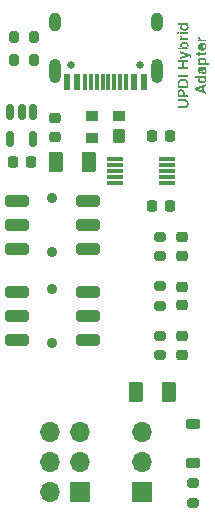
<source format=gts>
%TF.GenerationSoftware,KiCad,Pcbnew,7.0.9*%
%TF.CreationDate,2023-12-31T00:29:42+09:00*%
%TF.ProjectId,CustomUPDIProgrammer,43757374-6f6d-4555-9044-4950726f6772,rev?*%
%TF.SameCoordinates,Original*%
%TF.FileFunction,Soldermask,Top*%
%TF.FilePolarity,Negative*%
%FSLAX46Y46*%
G04 Gerber Fmt 4.6, Leading zero omitted, Abs format (unit mm)*
G04 Created by KiCad (PCBNEW 7.0.9) date 2023-12-31 00:29:42*
%MOMM*%
%LPD*%
G01*
G04 APERTURE LIST*
G04 Aperture macros list*
%AMRoundRect*
0 Rectangle with rounded corners*
0 $1 Rounding radius*
0 $2 $3 $4 $5 $6 $7 $8 $9 X,Y pos of 4 corners*
0 Add a 4 corners polygon primitive as box body*
4,1,4,$2,$3,$4,$5,$6,$7,$8,$9,$2,$3,0*
0 Add four circle primitives for the rounded corners*
1,1,$1+$1,$2,$3*
1,1,$1+$1,$4,$5*
1,1,$1+$1,$6,$7*
1,1,$1+$1,$8,$9*
0 Add four rect primitives between the rounded corners*
20,1,$1+$1,$2,$3,$4,$5,0*
20,1,$1+$1,$4,$5,$6,$7,0*
20,1,$1+$1,$6,$7,$8,$9,0*
20,1,$1+$1,$8,$9,$2,$3,0*%
G04 Aperture macros list end*
%ADD10C,0.150000*%
%ADD11RoundRect,0.225000X0.225000X0.250000X-0.225000X0.250000X-0.225000X-0.250000X0.225000X-0.250000X0*%
%ADD12R,1.400000X0.300000*%
%ADD13RoundRect,0.200000X0.275000X-0.200000X0.275000X0.200000X-0.275000X0.200000X-0.275000X-0.200000X0*%
%ADD14RoundRect,0.218750X0.256250X-0.218750X0.256250X0.218750X-0.256250X0.218750X-0.256250X-0.218750X0*%
%ADD15RoundRect,0.225000X0.250000X-0.225000X0.250000X0.225000X-0.250000X0.225000X-0.250000X-0.225000X0*%
%ADD16R,1.700000X1.700000*%
%ADD17O,1.700000X1.700000*%
%ADD18C,0.650000*%
%ADD19R,0.600000X1.450000*%
%ADD20R,0.300000X1.450000*%
%ADD21O,1.000000X2.100000*%
%ADD22O,1.000000X1.600000*%
%ADD23RoundRect,0.200000X-0.200000X-0.275000X0.200000X-0.275000X0.200000X0.275000X-0.200000X0.275000X0*%
%ADD24RoundRect,0.150000X-0.150000X0.512500X-0.150000X-0.512500X0.150000X-0.512500X0.150000X0.512500X0*%
%ADD25RoundRect,0.200000X-0.275000X0.200000X-0.275000X-0.200000X0.275000X-0.200000X0.275000X0.200000X0*%
%ADD26C,0.900000*%
%ADD27RoundRect,0.150000X-0.850000X0.350000X-0.850000X-0.350000X0.850000X-0.350000X0.850000X0.350000X0*%
%ADD28RoundRect,0.150000X0.850000X-0.350000X0.850000X0.350000X-0.850000X0.350000X-0.850000X-0.350000X0*%
%ADD29RoundRect,0.100000X0.400000X-0.500000X0.400000X0.500000X-0.400000X0.500000X-0.400000X-0.500000X0*%
%ADD30RoundRect,0.100000X0.400000X-0.350000X0.400000X0.350000X-0.400000X0.350000X-0.400000X-0.350000X0*%
%ADD31RoundRect,0.225000X-0.375000X0.225000X-0.375000X-0.225000X0.375000X-0.225000X0.375000X0.225000X0*%
%ADD32RoundRect,0.250000X-0.375000X-0.625000X0.375000X-0.625000X0.375000X0.625000X-0.375000X0.625000X0*%
%ADD33RoundRect,0.250000X0.375000X0.625000X-0.375000X0.625000X-0.375000X-0.625000X0.375000X-0.625000X0*%
G04 APERTURE END LIST*
D10*
G36*
X141101296Y-44323823D02*
G01*
X141686013Y-44323823D01*
X141696694Y-44324056D01*
X141707176Y-44324752D01*
X141717448Y-44325904D01*
X141727503Y-44327506D01*
X141737330Y-44329552D01*
X141746921Y-44332036D01*
X141756266Y-44334950D01*
X141765357Y-44338290D01*
X141774185Y-44342047D01*
X141782739Y-44346218D01*
X141791011Y-44350794D01*
X141798993Y-44355770D01*
X141806674Y-44361140D01*
X141814045Y-44366897D01*
X141821098Y-44373034D01*
X141827824Y-44379547D01*
X141834212Y-44386427D01*
X141840255Y-44393670D01*
X141845942Y-44401269D01*
X141851266Y-44409217D01*
X141856216Y-44417508D01*
X141860783Y-44426137D01*
X141864959Y-44435096D01*
X141868734Y-44444379D01*
X141872099Y-44453981D01*
X141875045Y-44463895D01*
X141877563Y-44474114D01*
X141879644Y-44484632D01*
X141881278Y-44495443D01*
X141882456Y-44506542D01*
X141883170Y-44517920D01*
X141883410Y-44529573D01*
X141883170Y-44541264D01*
X141882456Y-44552677D01*
X141881278Y-44563804D01*
X141879644Y-44574640D01*
X141877563Y-44585179D01*
X141875045Y-44595414D01*
X141872099Y-44605341D01*
X141868734Y-44614952D01*
X141864959Y-44624241D01*
X141860783Y-44633204D01*
X141856216Y-44641833D01*
X141851266Y-44650122D01*
X141845942Y-44658066D01*
X141840255Y-44665658D01*
X141834212Y-44672893D01*
X141827824Y-44679764D01*
X141821098Y-44686265D01*
X141814045Y-44692391D01*
X141806674Y-44698135D01*
X141798993Y-44703491D01*
X141791011Y-44708454D01*
X141782739Y-44713017D01*
X141774185Y-44717173D01*
X141765357Y-44720918D01*
X141756266Y-44724245D01*
X141746921Y-44727148D01*
X141737330Y-44729621D01*
X141727503Y-44731657D01*
X141717448Y-44733252D01*
X141707176Y-44734399D01*
X141696694Y-44735091D01*
X141686013Y-44735323D01*
X141101296Y-44735323D01*
X141101296Y-44901286D01*
X141700081Y-44901286D01*
X141718342Y-44900856D01*
X141736226Y-44899575D01*
X141753720Y-44897455D01*
X141770810Y-44894510D01*
X141787484Y-44890753D01*
X141803729Y-44886196D01*
X141819530Y-44880853D01*
X141834875Y-44874736D01*
X141849750Y-44867859D01*
X141864142Y-44860234D01*
X141878037Y-44851874D01*
X141891423Y-44842793D01*
X141904285Y-44833003D01*
X141916612Y-44822517D01*
X141928388Y-44811348D01*
X141939601Y-44799510D01*
X141950238Y-44787015D01*
X141960286Y-44773876D01*
X141969730Y-44760105D01*
X141978558Y-44745717D01*
X141986756Y-44730724D01*
X141994311Y-44715139D01*
X142001210Y-44698974D01*
X142007439Y-44682244D01*
X142012986Y-44664960D01*
X142017836Y-44647136D01*
X142021976Y-44628785D01*
X142025394Y-44609919D01*
X142028075Y-44590552D01*
X142030007Y-44570697D01*
X142031175Y-44550366D01*
X142031568Y-44529573D01*
X142031175Y-44508876D01*
X142030007Y-44488630D01*
X142028075Y-44468847D01*
X142025394Y-44449542D01*
X142021976Y-44430728D01*
X142017836Y-44412418D01*
X142012986Y-44394626D01*
X142007439Y-44377366D01*
X142001210Y-44360651D01*
X141994311Y-44344494D01*
X141986756Y-44328910D01*
X141978558Y-44313912D01*
X141969730Y-44299513D01*
X141960286Y-44285727D01*
X141950238Y-44272567D01*
X141939601Y-44260048D01*
X141928388Y-44248182D01*
X141916612Y-44236984D01*
X141904285Y-44226466D01*
X141891423Y-44216643D01*
X141878037Y-44207527D01*
X141864142Y-44199133D01*
X141849750Y-44191474D01*
X141834875Y-44184564D01*
X141819530Y-44178416D01*
X141803729Y-44173044D01*
X141787484Y-44168461D01*
X141770810Y-44164681D01*
X141753720Y-44161717D01*
X141736226Y-44159583D01*
X141718342Y-44158293D01*
X141700081Y-44157860D01*
X141101296Y-44157860D01*
X141101296Y-44323823D01*
G37*
G36*
X141421026Y-43311011D02*
G01*
X141437105Y-43312007D01*
X141452866Y-43313663D01*
X141468296Y-43315976D01*
X141483380Y-43318943D01*
X141498105Y-43322562D01*
X141512456Y-43326830D01*
X141526418Y-43331744D01*
X141539978Y-43337301D01*
X141553121Y-43343497D01*
X141565833Y-43350332D01*
X141578100Y-43357800D01*
X141589908Y-43365901D01*
X141601241Y-43374630D01*
X141612087Y-43383985D01*
X141622431Y-43393963D01*
X141632258Y-43404561D01*
X141641554Y-43415776D01*
X141650305Y-43427606D01*
X141658497Y-43440048D01*
X141666116Y-43453098D01*
X141673147Y-43466754D01*
X141679575Y-43481013D01*
X141685388Y-43495873D01*
X141690570Y-43511329D01*
X141695108Y-43527380D01*
X141698986Y-43544023D01*
X141702191Y-43561255D01*
X141704709Y-43579072D01*
X141706525Y-43597472D01*
X141707625Y-43616453D01*
X141707995Y-43636010D01*
X141707995Y-43811206D01*
X142017500Y-43811206D01*
X142017500Y-43977169D01*
X141101296Y-43977169D01*
X141101296Y-43811206D01*
X141240001Y-43811206D01*
X141571488Y-43811206D01*
X141571488Y-43658212D01*
X141571286Y-43646850D01*
X141570686Y-43635885D01*
X141569696Y-43625315D01*
X141568322Y-43615137D01*
X141566572Y-43605348D01*
X141564454Y-43595947D01*
X141561975Y-43586931D01*
X141559143Y-43578298D01*
X141552449Y-43562169D01*
X141544432Y-43547543D01*
X141535151Y-43534400D01*
X141524666Y-43522721D01*
X141513038Y-43512488D01*
X141500326Y-43503680D01*
X141486589Y-43496280D01*
X141471889Y-43490267D01*
X141456285Y-43485624D01*
X141439836Y-43482331D01*
X141422603Y-43480369D01*
X141413711Y-43479881D01*
X141404645Y-43479719D01*
X141395605Y-43479881D01*
X141378082Y-43481186D01*
X141361346Y-43483813D01*
X141345452Y-43487785D01*
X141330454Y-43493121D01*
X141316407Y-43499841D01*
X141303365Y-43507966D01*
X141291383Y-43517516D01*
X141280514Y-43528511D01*
X141270814Y-43540972D01*
X141262337Y-43554918D01*
X141255137Y-43570371D01*
X141252033Y-43578669D01*
X141249269Y-43587350D01*
X141246851Y-43596419D01*
X141244786Y-43605876D01*
X141243082Y-43615726D01*
X141241744Y-43625969D01*
X141240780Y-43636610D01*
X141240197Y-43647650D01*
X141240001Y-43659091D01*
X141240001Y-43811206D01*
X141101296Y-43811206D01*
X141101296Y-43633592D01*
X141101670Y-43614138D01*
X141102783Y-43595262D01*
X141104618Y-43576967D01*
X141107163Y-43559256D01*
X141110400Y-43542131D01*
X141114315Y-43525594D01*
X141118893Y-43509648D01*
X141124119Y-43494296D01*
X141129978Y-43479541D01*
X141136454Y-43465384D01*
X141143533Y-43451829D01*
X141151199Y-43438878D01*
X141159438Y-43426533D01*
X141168234Y-43414798D01*
X141177572Y-43403675D01*
X141187437Y-43393166D01*
X141197814Y-43383274D01*
X141208688Y-43374001D01*
X141220044Y-43365351D01*
X141231867Y-43357325D01*
X141244141Y-43349927D01*
X141256851Y-43343158D01*
X141269984Y-43337022D01*
X141283522Y-43331521D01*
X141297451Y-43326657D01*
X141311757Y-43322433D01*
X141326424Y-43318852D01*
X141341437Y-43315917D01*
X141356780Y-43313629D01*
X141372440Y-43311992D01*
X141388400Y-43311008D01*
X141404645Y-43310679D01*
X141421026Y-43311011D01*
G37*
G36*
X141585035Y-42411885D02*
G01*
X141610874Y-42413328D01*
X141636024Y-42415723D01*
X141660475Y-42419059D01*
X141684216Y-42423327D01*
X141707235Y-42428517D01*
X141729523Y-42434620D01*
X141751069Y-42441626D01*
X141771862Y-42449527D01*
X141791890Y-42458311D01*
X141811144Y-42467971D01*
X141829613Y-42478496D01*
X141847285Y-42489876D01*
X141864150Y-42502104D01*
X141880198Y-42515168D01*
X141895418Y-42529059D01*
X141909798Y-42543768D01*
X141923329Y-42559286D01*
X141935998Y-42575603D01*
X141947797Y-42592709D01*
X141958713Y-42610594D01*
X141968737Y-42629251D01*
X141977857Y-42648668D01*
X141986062Y-42668836D01*
X141993342Y-42689747D01*
X141999687Y-42711389D01*
X142005085Y-42733755D01*
X142009525Y-42756834D01*
X142012998Y-42780617D01*
X142015492Y-42805094D01*
X142016996Y-42830257D01*
X142017500Y-42856094D01*
X142017500Y-43166478D01*
X141101296Y-43166478D01*
X141101296Y-43000515D01*
X141245057Y-43000515D01*
X141873958Y-43000515D01*
X141873958Y-42864227D01*
X141873651Y-42846594D01*
X141872731Y-42829512D01*
X141871198Y-42812980D01*
X141869050Y-42797000D01*
X141866289Y-42781573D01*
X141862912Y-42766699D01*
X141858921Y-42752378D01*
X141854315Y-42738611D01*
X141849094Y-42725400D01*
X141843257Y-42712743D01*
X141836804Y-42700643D01*
X141829735Y-42689099D01*
X141822049Y-42678113D01*
X141813747Y-42667684D01*
X141804827Y-42657814D01*
X141795290Y-42648503D01*
X141785136Y-42639751D01*
X141774364Y-42631560D01*
X141762974Y-42623930D01*
X141750965Y-42616861D01*
X141738337Y-42610354D01*
X141725091Y-42604409D01*
X141711225Y-42599028D01*
X141696740Y-42594211D01*
X141681634Y-42589959D01*
X141665909Y-42586271D01*
X141649563Y-42583149D01*
X141632597Y-42580593D01*
X141615009Y-42578604D01*
X141596801Y-42577183D01*
X141577970Y-42576330D01*
X141558518Y-42576045D01*
X141539169Y-42576330D01*
X141520439Y-42577182D01*
X141502330Y-42578600D01*
X141484840Y-42580583D01*
X141467970Y-42583130D01*
X141451718Y-42586238D01*
X141436085Y-42589906D01*
X141421070Y-42594132D01*
X141406672Y-42598916D01*
X141392892Y-42604255D01*
X141379728Y-42610148D01*
X141367181Y-42616594D01*
X141355250Y-42623591D01*
X141343934Y-42631137D01*
X141333233Y-42639231D01*
X141323148Y-42647871D01*
X141313676Y-42657056D01*
X141304819Y-42666785D01*
X141296575Y-42677055D01*
X141288944Y-42687865D01*
X141281926Y-42699214D01*
X141275521Y-42711101D01*
X141269727Y-42723522D01*
X141264545Y-42736479D01*
X141259975Y-42749967D01*
X141256014Y-42763987D01*
X141252665Y-42778536D01*
X141249925Y-42793613D01*
X141247795Y-42809217D01*
X141246273Y-42825346D01*
X141245361Y-42841998D01*
X141245057Y-42859172D01*
X141245057Y-43000515D01*
X141101296Y-43000515D01*
X141101296Y-42849939D01*
X141101798Y-42824661D01*
X141103296Y-42800023D01*
X141105780Y-42776036D01*
X141109239Y-42752711D01*
X141113663Y-42730058D01*
X141119040Y-42708088D01*
X141125360Y-42686812D01*
X141132613Y-42666240D01*
X141140787Y-42646382D01*
X141149872Y-42627251D01*
X141159857Y-42608855D01*
X141170732Y-42591206D01*
X141182485Y-42574314D01*
X141195106Y-42558191D01*
X141208585Y-42542846D01*
X141222910Y-42528290D01*
X141238072Y-42514534D01*
X141254058Y-42501588D01*
X141270859Y-42489464D01*
X141288464Y-42478171D01*
X141306861Y-42467721D01*
X141326041Y-42458123D01*
X141345993Y-42449390D01*
X141366706Y-42441530D01*
X141388169Y-42434555D01*
X141410372Y-42428476D01*
X141433303Y-42423303D01*
X141456953Y-42419047D01*
X141481310Y-42415718D01*
X141506363Y-42413327D01*
X141532103Y-42411884D01*
X141558518Y-42411401D01*
X141585035Y-42411885D01*
G37*
G36*
X141101296Y-42087828D02*
G01*
X141101296Y-42253791D01*
X142017500Y-42253791D01*
X142017500Y-42087828D01*
X141101296Y-42087828D01*
G37*
G36*
X142017500Y-41596094D02*
G01*
X142017500Y-41430131D01*
X141628421Y-41430131D01*
X141628421Y-41005662D01*
X142017500Y-41005662D01*
X142017500Y-40839259D01*
X141101296Y-40839259D01*
X141101296Y-41005662D01*
X141489275Y-41005662D01*
X141489275Y-41430131D01*
X141101296Y-41430131D01*
X141101296Y-41596094D01*
X142017500Y-41596094D01*
G37*
G36*
X142275347Y-40565365D02*
G01*
X142275157Y-40553691D01*
X142274592Y-40542326D01*
X142273653Y-40531265D01*
X142272346Y-40520505D01*
X142270673Y-40510043D01*
X142268639Y-40499875D01*
X142266247Y-40489998D01*
X142263501Y-40480408D01*
X142260403Y-40471102D01*
X142256959Y-40462076D01*
X142253172Y-40453327D01*
X142249044Y-40444851D01*
X142244581Y-40436644D01*
X142239786Y-40428704D01*
X142234661Y-40421026D01*
X142229212Y-40413608D01*
X142223442Y-40406445D01*
X142217353Y-40399534D01*
X142210951Y-40392872D01*
X142204238Y-40386455D01*
X142197219Y-40380280D01*
X142189897Y-40374343D01*
X142182275Y-40368641D01*
X142174357Y-40363170D01*
X142166148Y-40357926D01*
X142157650Y-40352907D01*
X142148867Y-40348108D01*
X142139803Y-40343526D01*
X142130462Y-40339158D01*
X142120847Y-40335001D01*
X142110962Y-40331049D01*
X142100811Y-40327301D01*
X141330347Y-40052308D01*
X141330347Y-40224426D01*
X141849338Y-40383355D01*
X141849338Y-40390389D01*
X141330347Y-40548879D01*
X141330347Y-40720557D01*
X142032008Y-40471502D01*
X142069157Y-40485351D01*
X142082986Y-40491164D01*
X142095174Y-40497397D01*
X142105789Y-40504058D01*
X142114900Y-40511156D01*
X142122576Y-40518698D01*
X142128887Y-40526692D01*
X142133900Y-40535147D01*
X142137685Y-40544070D01*
X142140311Y-40553470D01*
X142141847Y-40563354D01*
X142142362Y-40573732D01*
X142141924Y-40584609D01*
X142140602Y-40595996D01*
X142138466Y-40607899D01*
X142135584Y-40620328D01*
X142132025Y-40633289D01*
X142258201Y-40670878D01*
X142261525Y-40661917D01*
X142264682Y-40651455D01*
X142266889Y-40642711D01*
X142268917Y-40633266D01*
X142270733Y-40623184D01*
X142272298Y-40612525D01*
X142273578Y-40601352D01*
X142274537Y-40589726D01*
X142275138Y-40577710D01*
X142275347Y-40565365D01*
G37*
G36*
X141695940Y-39285055D02*
G01*
X141716280Y-39286104D01*
X141736035Y-39287835D01*
X141755200Y-39290232D01*
X141773769Y-39293281D01*
X141791738Y-39296968D01*
X141809099Y-39301276D01*
X141825849Y-39306193D01*
X141841980Y-39311702D01*
X141857488Y-39317789D01*
X141872367Y-39324439D01*
X141886611Y-39331638D01*
X141900215Y-39339371D01*
X141913173Y-39347622D01*
X141925479Y-39356378D01*
X141937128Y-39365623D01*
X141948115Y-39375342D01*
X141958433Y-39385522D01*
X141968078Y-39396147D01*
X141977043Y-39407201D01*
X141985323Y-39418672D01*
X141992912Y-39430543D01*
X141999806Y-39442800D01*
X142005997Y-39455429D01*
X142011481Y-39468414D01*
X142016251Y-39481740D01*
X142020304Y-39495394D01*
X142023632Y-39509360D01*
X142026230Y-39523623D01*
X142028093Y-39538168D01*
X142029214Y-39552982D01*
X142029590Y-39568048D01*
X142029387Y-39578926D01*
X142028790Y-39589430D01*
X142027815Y-39599568D01*
X142026479Y-39609347D01*
X142024797Y-39618773D01*
X142022788Y-39627853D01*
X142020467Y-39636593D01*
X142017850Y-39645002D01*
X142011796Y-39660849D01*
X142004759Y-39675448D01*
X141996871Y-39688854D01*
X141988264Y-39701121D01*
X141979069Y-39712303D01*
X141969418Y-39722456D01*
X141959445Y-39731632D01*
X141949280Y-39739888D01*
X141939056Y-39747276D01*
X141928905Y-39753853D01*
X141918958Y-39759671D01*
X141909349Y-39764786D01*
X141909349Y-39774238D01*
X142017500Y-39774238D01*
X142017500Y-39933387D01*
X141101296Y-39933387D01*
X141101296Y-39771600D01*
X141443993Y-39771600D01*
X141443993Y-39764786D01*
X141434467Y-39759855D01*
X141424532Y-39754250D01*
X141414328Y-39747907D01*
X141403996Y-39740760D01*
X141393679Y-39732744D01*
X141383517Y-39723793D01*
X141373653Y-39713841D01*
X141364226Y-39702824D01*
X141355379Y-39690677D01*
X141347253Y-39677333D01*
X141339990Y-39662727D01*
X141333730Y-39646795D01*
X141331020Y-39638310D01*
X141328615Y-39629470D01*
X141326531Y-39620265D01*
X141325228Y-39613111D01*
X141454324Y-39613111D01*
X141454576Y-39622742D01*
X141455327Y-39632096D01*
X141456570Y-39641172D01*
X141458297Y-39649968D01*
X141463175Y-39666712D01*
X141469904Y-39682313D01*
X141478426Y-39696754D01*
X141488683Y-39710020D01*
X141500617Y-39722096D01*
X141514170Y-39732967D01*
X141521535Y-39737945D01*
X141529284Y-39742617D01*
X141537408Y-39746979D01*
X141545901Y-39751030D01*
X141554755Y-39754768D01*
X141563963Y-39758191D01*
X141573518Y-39761297D01*
X141583413Y-39764085D01*
X141593640Y-39766552D01*
X141604191Y-39768696D01*
X141615061Y-39770516D01*
X141626241Y-39772009D01*
X141637725Y-39773173D01*
X141649505Y-39774008D01*
X141661573Y-39774510D01*
X141673923Y-39774678D01*
X141686302Y-39774507D01*
X141698415Y-39773998D01*
X141710254Y-39773152D01*
X141721810Y-39771973D01*
X141733075Y-39770461D01*
X141744041Y-39768621D01*
X141754699Y-39766453D01*
X141765041Y-39763961D01*
X141775059Y-39761148D01*
X141784745Y-39758014D01*
X141794090Y-39754563D01*
X141803085Y-39750798D01*
X141811723Y-39746720D01*
X141819995Y-39742333D01*
X141827892Y-39737638D01*
X141835407Y-39732637D01*
X141849256Y-39721731D01*
X141861475Y-39709634D01*
X141871997Y-39696364D01*
X141880755Y-39681942D01*
X141887683Y-39666386D01*
X141892714Y-39649716D01*
X141894498Y-39640969D01*
X141895782Y-39631951D01*
X141896558Y-39622664D01*
X141896819Y-39613111D01*
X141896546Y-39603243D01*
X141895733Y-39593671D01*
X141894393Y-39584397D01*
X141892534Y-39575421D01*
X141890168Y-39566744D01*
X141887306Y-39558368D01*
X141880137Y-39542522D01*
X141871111Y-39527892D01*
X141860316Y-39514486D01*
X141847836Y-39502315D01*
X141840992Y-39496695D01*
X141833759Y-39491386D01*
X141826147Y-39486391D01*
X141818169Y-39481710D01*
X141809834Y-39477344D01*
X141801153Y-39473294D01*
X141792137Y-39469562D01*
X141782797Y-39466149D01*
X141773143Y-39463055D01*
X141763187Y-39460282D01*
X141752938Y-39457831D01*
X141742408Y-39455703D01*
X141731608Y-39453900D01*
X141720547Y-39452422D01*
X141709238Y-39451270D01*
X141697690Y-39450446D01*
X141685915Y-39449951D01*
X141673923Y-39449786D01*
X141662037Y-39449949D01*
X141650374Y-39450437D01*
X141638944Y-39451249D01*
X141627756Y-39452386D01*
X141616822Y-39453846D01*
X141606150Y-39455628D01*
X141595753Y-39457733D01*
X141585638Y-39460158D01*
X141575818Y-39462905D01*
X141566301Y-39465972D01*
X141557098Y-39469358D01*
X141548219Y-39473062D01*
X141539675Y-39477085D01*
X141531475Y-39481426D01*
X141523629Y-39486083D01*
X141516148Y-39491057D01*
X141502321Y-39501950D01*
X141490074Y-39514100D01*
X141479489Y-39527502D01*
X141470646Y-39542151D01*
X141463627Y-39558041D01*
X141460827Y-39566450D01*
X141458513Y-39575168D01*
X141456696Y-39584194D01*
X141455385Y-39593526D01*
X141454591Y-39603166D01*
X141454324Y-39613111D01*
X141325228Y-39613111D01*
X141324786Y-39610687D01*
X141323399Y-39600729D01*
X141322386Y-39590382D01*
X141321765Y-39579637D01*
X141321554Y-39568488D01*
X141321918Y-39553691D01*
X141323007Y-39539110D01*
X141324818Y-39524762D01*
X141327347Y-39510664D01*
X141330591Y-39496832D01*
X141334546Y-39483282D01*
X141339208Y-39470032D01*
X141344573Y-39457098D01*
X141350639Y-39444497D01*
X141357401Y-39432245D01*
X141364855Y-39420358D01*
X141372999Y-39408854D01*
X141381829Y-39397750D01*
X141391340Y-39387061D01*
X141401530Y-39376804D01*
X141412394Y-39366997D01*
X141423929Y-39357655D01*
X141436132Y-39348795D01*
X141448999Y-39340434D01*
X141462525Y-39332589D01*
X141476709Y-39325275D01*
X141491545Y-39318511D01*
X141507031Y-39312311D01*
X141523162Y-39306694D01*
X141539935Y-39301675D01*
X141557347Y-39297272D01*
X141575394Y-39293500D01*
X141594071Y-39290377D01*
X141613377Y-39287919D01*
X141633306Y-39286143D01*
X141653856Y-39285065D01*
X141675022Y-39284702D01*
X141695940Y-39285055D01*
G37*
G36*
X142017500Y-39146656D02*
G01*
X142017500Y-38984650D01*
X141613693Y-38984650D01*
X141597638Y-38983890D01*
X141582233Y-38981652D01*
X141567533Y-38977997D01*
X141553590Y-38972989D01*
X141540456Y-38966689D01*
X141528186Y-38959159D01*
X141516833Y-38950461D01*
X141506449Y-38940658D01*
X141497087Y-38929812D01*
X141488802Y-38917985D01*
X141481645Y-38905239D01*
X141475671Y-38891635D01*
X141470931Y-38877238D01*
X141467480Y-38862107D01*
X141465371Y-38846306D01*
X141464656Y-38829897D01*
X141464873Y-38819409D01*
X141465484Y-38808599D01*
X141466429Y-38797784D01*
X141467651Y-38787280D01*
X141469089Y-38777405D01*
X141470684Y-38768475D01*
X141472808Y-38759125D01*
X141474108Y-38754719D01*
X141325071Y-38754719D01*
X141323686Y-38764020D01*
X141322698Y-38772985D01*
X141321884Y-38782609D01*
X141321262Y-38792475D01*
X141320854Y-38802164D01*
X141320680Y-38811260D01*
X141320675Y-38812971D01*
X141321195Y-38827568D01*
X141322747Y-38841820D01*
X141325317Y-38855687D01*
X141328890Y-38869128D01*
X141333453Y-38882103D01*
X141338990Y-38894571D01*
X141345488Y-38906492D01*
X141352933Y-38917825D01*
X141361310Y-38928529D01*
X141370606Y-38938564D01*
X141380806Y-38947890D01*
X141391896Y-38956465D01*
X141403862Y-38964249D01*
X141416689Y-38971202D01*
X141430364Y-38977283D01*
X141444872Y-38982451D01*
X141444872Y-38989705D01*
X141330347Y-38989705D01*
X141330347Y-39146656D01*
X142017500Y-39146656D01*
G37*
G36*
X142017500Y-38647228D02*
G01*
X142017500Y-38485222D01*
X141330347Y-38485222D01*
X141330347Y-38647228D01*
X142017500Y-38647228D01*
G37*
G36*
X141232967Y-38565895D02*
G01*
X141232513Y-38556367D01*
X141231182Y-38547103D01*
X141229017Y-38538153D01*
X141226063Y-38529563D01*
X141222365Y-38521384D01*
X141217967Y-38513662D01*
X141212913Y-38506446D01*
X141204201Y-38496677D01*
X141194263Y-38488319D01*
X141183250Y-38481535D01*
X141171311Y-38476487D01*
X141158598Y-38473338D01*
X141149766Y-38472375D01*
X141145259Y-38472253D01*
X141136228Y-38472739D01*
X141127461Y-38474167D01*
X141114904Y-38477966D01*
X141103191Y-38483611D01*
X141092469Y-38490938D01*
X141082886Y-38499785D01*
X141074589Y-38509988D01*
X141069846Y-38517462D01*
X141065784Y-38525419D01*
X141062448Y-38533810D01*
X141059880Y-38542586D01*
X141058125Y-38551699D01*
X141057227Y-38561101D01*
X141057112Y-38565895D01*
X141057566Y-38575498D01*
X141058898Y-38584823D01*
X141061065Y-38593821D01*
X141064023Y-38602447D01*
X141067727Y-38610653D01*
X141072135Y-38618392D01*
X141077203Y-38625616D01*
X141085945Y-38635387D01*
X141095924Y-38643738D01*
X141106993Y-38650508D01*
X141119004Y-38655541D01*
X141131808Y-38658677D01*
X141140713Y-38659636D01*
X141145259Y-38659758D01*
X141154214Y-38659274D01*
X141162913Y-38657852D01*
X141175384Y-38654067D01*
X141187031Y-38648437D01*
X141197702Y-38641122D01*
X141207248Y-38632280D01*
X141215519Y-38622071D01*
X141220251Y-38614583D01*
X141224305Y-38606605D01*
X141227636Y-38598184D01*
X141230201Y-38589366D01*
X141231955Y-38580198D01*
X141232853Y-38570729D01*
X141232967Y-38565895D01*
G37*
G36*
X142017500Y-37857640D02*
G01*
X141909349Y-37857640D01*
X141909349Y-37867312D01*
X141918958Y-37872429D01*
X141928905Y-37878254D01*
X141939056Y-37884841D01*
X141949280Y-37892244D01*
X141959445Y-37900516D01*
X141969418Y-37909712D01*
X141979069Y-37919884D01*
X141988264Y-37931087D01*
X141996871Y-37943374D01*
X142004759Y-37956800D01*
X142011796Y-37971418D01*
X142017850Y-37987281D01*
X142020467Y-37995697D01*
X142022788Y-38004444D01*
X142024797Y-38013530D01*
X142026479Y-38022961D01*
X142027815Y-38032744D01*
X142028790Y-38042885D01*
X142029387Y-38053391D01*
X142029590Y-38064269D01*
X142029214Y-38079335D01*
X142028093Y-38094147D01*
X142026230Y-38108689D01*
X142023632Y-38122948D01*
X142020304Y-38136909D01*
X142016251Y-38150557D01*
X142011481Y-38163877D01*
X142005997Y-38176854D01*
X141999806Y-38189475D01*
X141992912Y-38201723D01*
X141985323Y-38213585D01*
X141977043Y-38225046D01*
X141968078Y-38236092D01*
X141958433Y-38246706D01*
X141948115Y-38256875D01*
X141937128Y-38266585D01*
X141925479Y-38275820D01*
X141913173Y-38284565D01*
X141900215Y-38292806D01*
X141886611Y-38300529D01*
X141872367Y-38307719D01*
X141857488Y-38314360D01*
X141841980Y-38320438D01*
X141825849Y-38325939D01*
X141809099Y-38330848D01*
X141791738Y-38335150D01*
X141773769Y-38338831D01*
X141755200Y-38341875D01*
X141736035Y-38344268D01*
X141716280Y-38345996D01*
X141695940Y-38347043D01*
X141675022Y-38347396D01*
X141653856Y-38347033D01*
X141633306Y-38345955D01*
X141613377Y-38344178D01*
X141594071Y-38341721D01*
X141575394Y-38338598D01*
X141557347Y-38334827D01*
X141539935Y-38330424D01*
X141523162Y-38325407D01*
X141507031Y-38319791D01*
X141491545Y-38313594D01*
X141476709Y-38306831D01*
X141462525Y-38299521D01*
X141448999Y-38291678D01*
X141436132Y-38283321D01*
X141423929Y-38274466D01*
X141412394Y-38265129D01*
X141401530Y-38255326D01*
X141391340Y-38245076D01*
X141381829Y-38234394D01*
X141372999Y-38223297D01*
X141364855Y-38211802D01*
X141357401Y-38199925D01*
X141350639Y-38187683D01*
X141344573Y-38175092D01*
X141339208Y-38162170D01*
X141334546Y-38148933D01*
X141330591Y-38135398D01*
X141327347Y-38121581D01*
X141324818Y-38107499D01*
X141323007Y-38093169D01*
X141321918Y-38078607D01*
X141321554Y-38063830D01*
X141321765Y-38052660D01*
X141322386Y-38041897D01*
X141323399Y-38031532D01*
X141324786Y-38021558D01*
X141325254Y-38018987D01*
X141454324Y-38018987D01*
X141454591Y-38028951D01*
X141455385Y-38038607D01*
X141456696Y-38047955D01*
X141458513Y-38056993D01*
X141460827Y-38065721D01*
X141466903Y-38082245D01*
X141474844Y-38097523D01*
X141484569Y-38111551D01*
X141495995Y-38124324D01*
X141509042Y-38135839D01*
X141516148Y-38141123D01*
X141523629Y-38146091D01*
X141531475Y-38150743D01*
X141539675Y-38155077D01*
X141548219Y-38159093D01*
X141557098Y-38162791D01*
X141566301Y-38166170D01*
X141575818Y-38169230D01*
X141585638Y-38171970D01*
X141595753Y-38174390D01*
X141606150Y-38176488D01*
X141616822Y-38178266D01*
X141627756Y-38179721D01*
X141638944Y-38180854D01*
X141650374Y-38181663D01*
X141662037Y-38182150D01*
X141673923Y-38182312D01*
X141685915Y-38182147D01*
X141697690Y-38181654D01*
X141709238Y-38180833D01*
X141720547Y-38179685D01*
X141731608Y-38178211D01*
X141742408Y-38176413D01*
X141752938Y-38174291D01*
X141763187Y-38171846D01*
X141773143Y-38169080D01*
X141782797Y-38165993D01*
X141792137Y-38162587D01*
X141801153Y-38158861D01*
X141809834Y-38154818D01*
X141818169Y-38150459D01*
X141826147Y-38145784D01*
X141833759Y-38140794D01*
X141840992Y-38135490D01*
X141847836Y-38129874D01*
X141860316Y-38117708D01*
X141871111Y-38104304D01*
X141880137Y-38089669D01*
X141887306Y-38073812D01*
X141890168Y-38065427D01*
X141892534Y-38056740D01*
X141894393Y-38047752D01*
X141895733Y-38038462D01*
X141896546Y-38028874D01*
X141896819Y-38018987D01*
X141896558Y-38009434D01*
X141895782Y-38000149D01*
X141894498Y-37991134D01*
X141890440Y-37973923D01*
X141884452Y-37957820D01*
X141876601Y-37942844D01*
X141866952Y-37929014D01*
X141855574Y-37916347D01*
X141842531Y-37904863D01*
X141835407Y-37899570D01*
X141827892Y-37894580D01*
X141819995Y-37889895D01*
X141811723Y-37885518D01*
X141803085Y-37881450D01*
X141794090Y-37877694D01*
X141784745Y-37874252D01*
X141775059Y-37871128D01*
X141765041Y-37868322D01*
X141754699Y-37865837D01*
X141744041Y-37863676D01*
X141733075Y-37861842D01*
X141721810Y-37860335D01*
X141710254Y-37859160D01*
X141698415Y-37858317D01*
X141686302Y-37857810D01*
X141673923Y-37857640D01*
X141661573Y-37857807D01*
X141649505Y-37858307D01*
X141637725Y-37859139D01*
X141626241Y-37860299D01*
X141615061Y-37861787D01*
X141604191Y-37863601D01*
X141593640Y-37865739D01*
X141583413Y-37868198D01*
X141573518Y-37870978D01*
X141563963Y-37874075D01*
X141554755Y-37877489D01*
X141545901Y-37881218D01*
X141537408Y-37885259D01*
X141529284Y-37889611D01*
X141521535Y-37894272D01*
X141514170Y-37899241D01*
X141500617Y-37910091D01*
X141488683Y-37922147D01*
X141478426Y-37935395D01*
X141469904Y-37949819D01*
X141463175Y-37965406D01*
X141458297Y-37982139D01*
X141456570Y-37990931D01*
X141455327Y-38000004D01*
X141454576Y-38009357D01*
X141454324Y-38018987D01*
X141325254Y-38018987D01*
X141326531Y-38011965D01*
X141328615Y-38002746D01*
X141331020Y-37993892D01*
X141333730Y-37985396D01*
X141339990Y-37969442D01*
X141347253Y-37954819D01*
X141355379Y-37941460D01*
X141364226Y-37929301D01*
X141373653Y-37918275D01*
X141383517Y-37908317D01*
X141393679Y-37899361D01*
X141403996Y-37891341D01*
X141414328Y-37884192D01*
X141424532Y-37877848D01*
X141434467Y-37872243D01*
X141443993Y-37867312D01*
X141443993Y-37860717D01*
X141101296Y-37860717D01*
X141101296Y-37698271D01*
X142017500Y-37698271D01*
X142017500Y-37857640D01*
G37*
G36*
X143529500Y-43051733D02*
G01*
X143303746Y-43127790D01*
X143303746Y-43472246D01*
X143529500Y-43547863D01*
X143529500Y-43725037D01*
X142613296Y-43402563D01*
X142613296Y-43303645D01*
X142801241Y-43303645D01*
X143170316Y-43427622D01*
X143170316Y-43172633D01*
X142801241Y-43296391D01*
X142801241Y-43303645D01*
X142613296Y-43303645D01*
X142613296Y-43197692D01*
X143529500Y-42874559D01*
X143529500Y-43051733D01*
G37*
G36*
X143529500Y-42321276D02*
G01*
X143421349Y-42321276D01*
X143421349Y-42330948D01*
X143430958Y-42336065D01*
X143440905Y-42341890D01*
X143451056Y-42348477D01*
X143461280Y-42355880D01*
X143471445Y-42364152D01*
X143481418Y-42373347D01*
X143491069Y-42383519D01*
X143500264Y-42394722D01*
X143508871Y-42407010D01*
X143516759Y-42420436D01*
X143523796Y-42435053D01*
X143529850Y-42450917D01*
X143532467Y-42459333D01*
X143534788Y-42468080D01*
X143536797Y-42477166D01*
X143538479Y-42486597D01*
X143539815Y-42496379D01*
X143540790Y-42506520D01*
X143541387Y-42517027D01*
X143541590Y-42527905D01*
X143541214Y-42542971D01*
X143540093Y-42557782D01*
X143538230Y-42572325D01*
X143535632Y-42586584D01*
X143532304Y-42600545D01*
X143528251Y-42614192D01*
X143523481Y-42627512D01*
X143517997Y-42640490D01*
X143511806Y-42653110D01*
X143504912Y-42665359D01*
X143497323Y-42677221D01*
X143489043Y-42688682D01*
X143480078Y-42699727D01*
X143470433Y-42710342D01*
X143460115Y-42720511D01*
X143449128Y-42730221D01*
X143437479Y-42739455D01*
X143425173Y-42748201D01*
X143412215Y-42756442D01*
X143398611Y-42764165D01*
X143384367Y-42771354D01*
X143369488Y-42777995D01*
X143353980Y-42784074D01*
X143337849Y-42789575D01*
X143321099Y-42794484D01*
X143303738Y-42798786D01*
X143285769Y-42802466D01*
X143267200Y-42805511D01*
X143248035Y-42807904D01*
X143228280Y-42809632D01*
X143207940Y-42810679D01*
X143187022Y-42811031D01*
X143165856Y-42810668D01*
X143145306Y-42809590D01*
X143125377Y-42807814D01*
X143106071Y-42805356D01*
X143087394Y-42802234D01*
X143069347Y-42798463D01*
X143051935Y-42794060D01*
X143035162Y-42789043D01*
X143019031Y-42783427D01*
X143003545Y-42777229D01*
X142988709Y-42770467D01*
X142974525Y-42763156D01*
X142960999Y-42755314D01*
X142948132Y-42746957D01*
X142935929Y-42738101D01*
X142924394Y-42728764D01*
X142913530Y-42718962D01*
X142903340Y-42708712D01*
X142893829Y-42698030D01*
X142884999Y-42686933D01*
X142876855Y-42675437D01*
X142869401Y-42663560D01*
X142862639Y-42651318D01*
X142856573Y-42638728D01*
X142851208Y-42625806D01*
X142846546Y-42612569D01*
X142842591Y-42599034D01*
X142839347Y-42585217D01*
X142836818Y-42571135D01*
X142835007Y-42556804D01*
X142833918Y-42542242D01*
X142833554Y-42527465D01*
X142833765Y-42516296D01*
X142834386Y-42505533D01*
X142835399Y-42495168D01*
X142836786Y-42485193D01*
X142837254Y-42482622D01*
X142966324Y-42482622D01*
X142966591Y-42492587D01*
X142967385Y-42502243D01*
X142968696Y-42511590D01*
X142970513Y-42520628D01*
X142972827Y-42529356D01*
X142978903Y-42545880D01*
X142986844Y-42561158D01*
X142996569Y-42575186D01*
X143007995Y-42587960D01*
X143021042Y-42599475D01*
X143028148Y-42604759D01*
X143035629Y-42609727D01*
X143043475Y-42614378D01*
X143051675Y-42618713D01*
X143060219Y-42622729D01*
X143069098Y-42626427D01*
X143078301Y-42629806D01*
X143087818Y-42632866D01*
X143097638Y-42635606D01*
X143107753Y-42638025D01*
X143118150Y-42640124D01*
X143128822Y-42641901D01*
X143139756Y-42643357D01*
X143150944Y-42644489D01*
X143162374Y-42645299D01*
X143174037Y-42645785D01*
X143185923Y-42645948D01*
X143197915Y-42645783D01*
X143209690Y-42645289D01*
X143221238Y-42644468D01*
X143232547Y-42643320D01*
X143243608Y-42641847D01*
X143254408Y-42640049D01*
X143264938Y-42637927D01*
X143275187Y-42635482D01*
X143285143Y-42632716D01*
X143294797Y-42629629D01*
X143304137Y-42626222D01*
X143313153Y-42622497D01*
X143321834Y-42618454D01*
X143330169Y-42614094D01*
X143338147Y-42609419D01*
X143345759Y-42604429D01*
X143352992Y-42599126D01*
X143359836Y-42593510D01*
X143372316Y-42581344D01*
X143383111Y-42567939D01*
X143392137Y-42553304D01*
X143399306Y-42537447D01*
X143402168Y-42529063D01*
X143404534Y-42520376D01*
X143406393Y-42511387D01*
X143407733Y-42502098D01*
X143408546Y-42492510D01*
X143408819Y-42482622D01*
X143408558Y-42473070D01*
X143407782Y-42463785D01*
X143406498Y-42454770D01*
X143402440Y-42437559D01*
X143396452Y-42421456D01*
X143388601Y-42406480D01*
X143378952Y-42392649D01*
X143367574Y-42379983D01*
X143354531Y-42368499D01*
X143347407Y-42363206D01*
X143339892Y-42358216D01*
X143331995Y-42353531D01*
X143323723Y-42349153D01*
X143315085Y-42345086D01*
X143306090Y-42341330D01*
X143296745Y-42337888D01*
X143287059Y-42334763D01*
X143277041Y-42331957D01*
X143266699Y-42329473D01*
X143256041Y-42327312D01*
X143245075Y-42325477D01*
X143233810Y-42323971D01*
X143222254Y-42322795D01*
X143210415Y-42321953D01*
X143198302Y-42321445D01*
X143185923Y-42321276D01*
X143173573Y-42321443D01*
X143161505Y-42321943D01*
X143149725Y-42322774D01*
X143138241Y-42323935D01*
X143127061Y-42325423D01*
X143116191Y-42327237D01*
X143105640Y-42329374D01*
X143095413Y-42331834D01*
X143085518Y-42334613D01*
X143075963Y-42337711D01*
X143066755Y-42341125D01*
X143057901Y-42344854D01*
X143049408Y-42348895D01*
X143041284Y-42353247D01*
X143033535Y-42357908D01*
X143026170Y-42362876D01*
X143012617Y-42373726D01*
X143000683Y-42385783D01*
X142990426Y-42399031D01*
X142981904Y-42413455D01*
X142975175Y-42429041D01*
X142970297Y-42445774D01*
X142968570Y-42454566D01*
X142967327Y-42463640D01*
X142966576Y-42472992D01*
X142966324Y-42482622D01*
X142837254Y-42482622D01*
X142838531Y-42475600D01*
X142840615Y-42466381D01*
X142843020Y-42457528D01*
X142845730Y-42449031D01*
X142851990Y-42433078D01*
X142859253Y-42418454D01*
X142867379Y-42405096D01*
X142876226Y-42392936D01*
X142885653Y-42381910D01*
X142895517Y-42371952D01*
X142905679Y-42362996D01*
X142915996Y-42354976D01*
X142926328Y-42347827D01*
X142936532Y-42341483D01*
X142946467Y-42335879D01*
X142955993Y-42330948D01*
X142955993Y-42324353D01*
X142613296Y-42324353D01*
X142613296Y-42161907D01*
X143529500Y-42161907D01*
X143529500Y-42321276D01*
G37*
G36*
X143529500Y-41584004D02*
G01*
X143435197Y-41584004D01*
X143435197Y-41589500D01*
X143445942Y-41595434D01*
X143456452Y-41602200D01*
X143466666Y-41609810D01*
X143476520Y-41618275D01*
X143485950Y-41627609D01*
X143494892Y-41637823D01*
X143503284Y-41648929D01*
X143511062Y-41660941D01*
X143518163Y-41673869D01*
X143524522Y-41687727D01*
X143530077Y-41702526D01*
X143534765Y-41718279D01*
X143538521Y-41734998D01*
X143540030Y-41743723D01*
X143541283Y-41752695D01*
X143542270Y-41761914D01*
X143542986Y-41771383D01*
X143543421Y-41781102D01*
X143543568Y-41791073D01*
X143543358Y-41803279D01*
X143542730Y-41815282D01*
X143541685Y-41827070D01*
X143540225Y-41838631D01*
X143538350Y-41849953D01*
X143536064Y-41861024D01*
X143533366Y-41871831D01*
X143530259Y-41882363D01*
X143526743Y-41892608D01*
X143522822Y-41902552D01*
X143518495Y-41912186D01*
X143513765Y-41921495D01*
X143508633Y-41930468D01*
X143503100Y-41939093D01*
X143497168Y-41947358D01*
X143490839Y-41955250D01*
X143484114Y-41962758D01*
X143476994Y-41969870D01*
X143469481Y-41976572D01*
X143461576Y-41982854D01*
X143453281Y-41988703D01*
X143444598Y-41994107D01*
X143435528Y-41999054D01*
X143426071Y-42003531D01*
X143416231Y-42007527D01*
X143406008Y-42011030D01*
X143395404Y-42014027D01*
X143384421Y-42016506D01*
X143373059Y-42018456D01*
X143361320Y-42019863D01*
X143349206Y-42020716D01*
X143336719Y-42021003D01*
X143322545Y-42020634D01*
X143309028Y-42019539D01*
X143296152Y-42017742D01*
X143283901Y-42015265D01*
X143272258Y-42012130D01*
X143261206Y-42008359D01*
X143250730Y-42003976D01*
X143240812Y-41999001D01*
X143231438Y-41993458D01*
X143222589Y-41987368D01*
X143214251Y-41980754D01*
X143206405Y-41973639D01*
X143199037Y-41966044D01*
X143192129Y-41957991D01*
X143185666Y-41949504D01*
X143179631Y-41940605D01*
X143174007Y-41931315D01*
X143168778Y-41921657D01*
X143163928Y-41911654D01*
X143159441Y-41901327D01*
X143155299Y-41890699D01*
X143151487Y-41879792D01*
X143147988Y-41868629D01*
X143144786Y-41857232D01*
X143141865Y-41845622D01*
X143139207Y-41833824D01*
X143136797Y-41821858D01*
X143134619Y-41809747D01*
X143132656Y-41797513D01*
X143130891Y-41785179D01*
X143129308Y-41772767D01*
X143127891Y-41760299D01*
X143126705Y-41749135D01*
X143125572Y-41738394D01*
X143124482Y-41728070D01*
X143123425Y-41718160D01*
X143122390Y-41708657D01*
X143121368Y-41699559D01*
X143119321Y-41682558D01*
X143117204Y-41667121D01*
X143114935Y-41653212D01*
X143112433Y-41640795D01*
X143109619Y-41629836D01*
X143106410Y-41620299D01*
X143102726Y-41612149D01*
X143096132Y-41602445D01*
X143088016Y-41595662D01*
X143078103Y-41591680D01*
X143066122Y-41590379D01*
X143063484Y-41590379D01*
X143051173Y-41590859D01*
X143039556Y-41592292D01*
X143028647Y-41594668D01*
X143018459Y-41597976D01*
X143009007Y-41602207D01*
X143000304Y-41607350D01*
X142992364Y-41613394D01*
X142985201Y-41620329D01*
X142978829Y-41628146D01*
X142973262Y-41636833D01*
X142968513Y-41646380D01*
X142964597Y-41656778D01*
X142961526Y-41668015D01*
X142959316Y-41680082D01*
X142957980Y-41692968D01*
X142957532Y-41706663D01*
X142957995Y-41721110D01*
X142959352Y-41734779D01*
X142961553Y-41747677D01*
X142964549Y-41759807D01*
X142968290Y-41771177D01*
X142972729Y-41781791D01*
X142977814Y-41791654D01*
X142983498Y-41800773D01*
X142989730Y-41809152D01*
X142996461Y-41816798D01*
X143003643Y-41823715D01*
X143011226Y-41829909D01*
X143019160Y-41835386D01*
X143027397Y-41840151D01*
X143035886Y-41844209D01*
X143044580Y-41847567D01*
X143023257Y-41998802D01*
X143011689Y-41995224D01*
X143000479Y-41991213D01*
X142989626Y-41986777D01*
X142979132Y-41981923D01*
X142968998Y-41976659D01*
X142959223Y-41970994D01*
X142949809Y-41964933D01*
X142940757Y-41958486D01*
X142932066Y-41951659D01*
X142923738Y-41944460D01*
X142915773Y-41936898D01*
X142908172Y-41928979D01*
X142900936Y-41920712D01*
X142894064Y-41912103D01*
X142887559Y-41903161D01*
X142881419Y-41893893D01*
X142875647Y-41884307D01*
X142870243Y-41874411D01*
X142865207Y-41864212D01*
X142860540Y-41853717D01*
X142856243Y-41842935D01*
X142852316Y-41831873D01*
X142848760Y-41820539D01*
X142845575Y-41808940D01*
X142842763Y-41797085D01*
X142840324Y-41784980D01*
X142838258Y-41772633D01*
X142836566Y-41760052D01*
X142835249Y-41747245D01*
X142834308Y-41734219D01*
X142833743Y-41720982D01*
X142833554Y-41707542D01*
X142833716Y-41695215D01*
X142834210Y-41682817D01*
X142835051Y-41670379D01*
X142836251Y-41657932D01*
X142837823Y-41645505D01*
X142839782Y-41633129D01*
X142842139Y-41620835D01*
X142844909Y-41608651D01*
X142848104Y-41596610D01*
X142850147Y-41589939D01*
X143202190Y-41589939D01*
X143203758Y-41592082D01*
X143208251Y-41600570D01*
X143212425Y-41611740D01*
X143215035Y-41620414D01*
X143217507Y-41629889D01*
X143219845Y-41640007D01*
X143222048Y-41650613D01*
X143224119Y-41661549D01*
X143226060Y-41672660D01*
X143227871Y-41683788D01*
X143229556Y-41694778D01*
X143231114Y-41705472D01*
X143232549Y-41715714D01*
X143233860Y-41725348D01*
X143235602Y-41738317D01*
X143237727Y-41751693D01*
X143240248Y-41764584D01*
X143243196Y-41776938D01*
X143246600Y-41788703D01*
X143250491Y-41799827D01*
X143254899Y-41810257D01*
X143259854Y-41819941D01*
X143265387Y-41828827D01*
X143271529Y-41836863D01*
X143278308Y-41843997D01*
X143285756Y-41850177D01*
X143293902Y-41855350D01*
X143302778Y-41859464D01*
X143312412Y-41862467D01*
X143322837Y-41864307D01*
X143334081Y-41864932D01*
X143344912Y-41864373D01*
X143355066Y-41862722D01*
X143364539Y-41860024D01*
X143373329Y-41856322D01*
X143381432Y-41851656D01*
X143388845Y-41846072D01*
X143395567Y-41839611D01*
X143401593Y-41832317D01*
X143406921Y-41824231D01*
X143411548Y-41815398D01*
X143415471Y-41805859D01*
X143418687Y-41795658D01*
X143421194Y-41784838D01*
X143422988Y-41773441D01*
X143424066Y-41761510D01*
X143424426Y-41749088D01*
X143424238Y-41740044D01*
X143423679Y-41731217D01*
X143421490Y-41714228D01*
X143417938Y-41698158D01*
X143413099Y-41683046D01*
X143407052Y-41668928D01*
X143399874Y-41655842D01*
X143391645Y-41643825D01*
X143382441Y-41632914D01*
X143372340Y-41623147D01*
X143361422Y-41614561D01*
X143349762Y-41607193D01*
X143337440Y-41601081D01*
X143324533Y-41596263D01*
X143311119Y-41592775D01*
X143297277Y-41590654D01*
X143283083Y-41589939D01*
X143202190Y-41589939D01*
X142850147Y-41589939D01*
X142851739Y-41584740D01*
X142855826Y-41573073D01*
X142860378Y-41561638D01*
X142865409Y-41550465D01*
X142870932Y-41539586D01*
X142876961Y-41529030D01*
X142883508Y-41518828D01*
X142890587Y-41509009D01*
X142898211Y-41499605D01*
X142906394Y-41490645D01*
X142915149Y-41482159D01*
X142924488Y-41474179D01*
X142934427Y-41466733D01*
X142944976Y-41459854D01*
X142956151Y-41453569D01*
X142967964Y-41447911D01*
X142980428Y-41442909D01*
X142993557Y-41438593D01*
X143007364Y-41434995D01*
X143021863Y-41432143D01*
X143037066Y-41430068D01*
X143052987Y-41428802D01*
X143069639Y-41428373D01*
X143529500Y-41428373D01*
X143529500Y-41584004D01*
G37*
G36*
X143207940Y-40616936D02*
G01*
X143228280Y-40617985D01*
X143248035Y-40619715D01*
X143267200Y-40622112D01*
X143285769Y-40625161D01*
X143303738Y-40628847D01*
X143321099Y-40633155D01*
X143337849Y-40638070D01*
X143353980Y-40643577D01*
X143369488Y-40649663D01*
X143384367Y-40656311D01*
X143398611Y-40663507D01*
X143412215Y-40671236D01*
X143425173Y-40679484D01*
X143437479Y-40688236D01*
X143449128Y-40697476D01*
X143460115Y-40707190D01*
X143470433Y-40717363D01*
X143480078Y-40727981D01*
X143489043Y-40739028D01*
X143497323Y-40750490D01*
X143504912Y-40762352D01*
X143511806Y-40774599D01*
X143517997Y-40787217D01*
X143523481Y-40800190D01*
X143528251Y-40813503D01*
X143532304Y-40827142D01*
X143535632Y-40841093D01*
X143538230Y-40855340D01*
X143540093Y-40869868D01*
X143541214Y-40884662D01*
X143541590Y-40899709D01*
X143541387Y-40910607D01*
X143540790Y-40921130D01*
X143539815Y-40931285D01*
X143538479Y-40941080D01*
X143536797Y-40950521D01*
X143534788Y-40959615D01*
X143532467Y-40968369D01*
X143529850Y-40976790D01*
X143523796Y-40992658D01*
X143516759Y-41007275D01*
X143508871Y-41020695D01*
X143500264Y-41032974D01*
X143491069Y-41044165D01*
X143481418Y-41054325D01*
X143471445Y-41063506D01*
X143461280Y-41071765D01*
X143451056Y-41079156D01*
X143440905Y-41085733D01*
X143430958Y-41091552D01*
X143421349Y-41096666D01*
X143421349Y-41103261D01*
X143787347Y-41103261D01*
X143787347Y-41265267D01*
X142842347Y-41265267D01*
X142842347Y-41105899D01*
X142955993Y-41105899D01*
X142955993Y-41096666D01*
X142946467Y-41091735D01*
X142936532Y-41086131D01*
X142926328Y-41079786D01*
X142915996Y-41072637D01*
X142905679Y-41064618D01*
X142895517Y-41055662D01*
X142885653Y-41045703D01*
X142876226Y-41034678D01*
X142867379Y-41022518D01*
X142859253Y-41009160D01*
X142851990Y-40994536D01*
X142845730Y-40978583D01*
X142843020Y-40970086D01*
X142840615Y-40961233D01*
X142838531Y-40952013D01*
X142837254Y-40944992D01*
X142966324Y-40944992D01*
X142966576Y-40954622D01*
X142967327Y-40963974D01*
X142968570Y-40973047D01*
X142970297Y-40981839D01*
X142975175Y-40998573D01*
X142981904Y-41014159D01*
X142990426Y-41028583D01*
X143000683Y-41041831D01*
X143012617Y-41053887D01*
X143026170Y-41064738D01*
X143033535Y-41069706D01*
X143041284Y-41074367D01*
X143049408Y-41078719D01*
X143057901Y-41082760D01*
X143066755Y-41086489D01*
X143075963Y-41089903D01*
X143085518Y-41093001D01*
X143095413Y-41095780D01*
X143105640Y-41098240D01*
X143116191Y-41100377D01*
X143127061Y-41102191D01*
X143138241Y-41103679D01*
X143149725Y-41104840D01*
X143161505Y-41105671D01*
X143173573Y-41106171D01*
X143185923Y-41106338D01*
X143198302Y-41106169D01*
X143210415Y-41105661D01*
X143222254Y-41104819D01*
X143233810Y-41103643D01*
X143245075Y-41102137D01*
X143256041Y-41100302D01*
X143266699Y-41098141D01*
X143277041Y-41095657D01*
X143287059Y-41092851D01*
X143296745Y-41089726D01*
X143306090Y-41086284D01*
X143315085Y-41082528D01*
X143323723Y-41078460D01*
X143331995Y-41074083D01*
X143339892Y-41069398D01*
X143347407Y-41064408D01*
X143361256Y-41053522D01*
X143373475Y-41041445D01*
X143383997Y-41028194D01*
X143392755Y-41013788D01*
X143399683Y-40998246D01*
X143404714Y-40981587D01*
X143406498Y-40972844D01*
X143407782Y-40963829D01*
X143408558Y-40954544D01*
X143408819Y-40944992D01*
X143408546Y-40935104D01*
X143407733Y-40925516D01*
X143406393Y-40916227D01*
X143404534Y-40907238D01*
X143402168Y-40898551D01*
X143399306Y-40890167D01*
X143392137Y-40874310D01*
X143383111Y-40859675D01*
X143372316Y-40846270D01*
X143359836Y-40834104D01*
X143352992Y-40828488D01*
X143345759Y-40823185D01*
X143338147Y-40818195D01*
X143330169Y-40813519D01*
X143321834Y-40809160D01*
X143313153Y-40805117D01*
X143304137Y-40801392D01*
X143294797Y-40797985D01*
X143285143Y-40794898D01*
X143275187Y-40792132D01*
X143264938Y-40789687D01*
X143254408Y-40787565D01*
X143243608Y-40785767D01*
X143232547Y-40784293D01*
X143221238Y-40783146D01*
X143209690Y-40782324D01*
X143197915Y-40781831D01*
X143185923Y-40781666D01*
X143174037Y-40781829D01*
X143162374Y-40782315D01*
X143150944Y-40783125D01*
X143139756Y-40784257D01*
X143128822Y-40785713D01*
X143118150Y-40787490D01*
X143107753Y-40789589D01*
X143097638Y-40792008D01*
X143087818Y-40794748D01*
X143078301Y-40797808D01*
X143069098Y-40801187D01*
X143060219Y-40804885D01*
X143051675Y-40808901D01*
X143043475Y-40813235D01*
X143035629Y-40817887D01*
X143028148Y-40822855D01*
X143014321Y-40833739D01*
X143002074Y-40845884D01*
X142991489Y-40859285D01*
X142982646Y-40873939D01*
X142975627Y-40889840D01*
X142972827Y-40898258D01*
X142970513Y-40906986D01*
X142968696Y-40916024D01*
X142967385Y-40925371D01*
X142966591Y-40935027D01*
X142966324Y-40944992D01*
X142837254Y-40944992D01*
X142836786Y-40942421D01*
X142835399Y-40932446D01*
X142834386Y-40922081D01*
X142833765Y-40911318D01*
X142833554Y-40900149D01*
X142833918Y-40885372D01*
X142835007Y-40870810D01*
X142836818Y-40856479D01*
X142839347Y-40842397D01*
X142842591Y-40828580D01*
X142846546Y-40815045D01*
X142851208Y-40801808D01*
X142856573Y-40788886D01*
X142862639Y-40776296D01*
X142869401Y-40764054D01*
X142876855Y-40752177D01*
X142884999Y-40740681D01*
X142893829Y-40729584D01*
X142903340Y-40718902D01*
X142913530Y-40708652D01*
X142924394Y-40698850D01*
X142935929Y-40689513D01*
X142948132Y-40680657D01*
X142960999Y-40672300D01*
X142974525Y-40664458D01*
X142988709Y-40657147D01*
X143003545Y-40650385D01*
X143019031Y-40644187D01*
X143035162Y-40638571D01*
X143051935Y-40633554D01*
X143069347Y-40629151D01*
X143087394Y-40625380D01*
X143106071Y-40622258D01*
X143125377Y-40619800D01*
X143145306Y-40618024D01*
X143165856Y-40616946D01*
X143187022Y-40616583D01*
X143207940Y-40616936D01*
G37*
G36*
X142842347Y-40135180D02*
G01*
X142842347Y-40270808D01*
X142677922Y-40270808D01*
X142677922Y-40432594D01*
X142842347Y-40432594D01*
X142842347Y-40530194D01*
X142967643Y-40530194D01*
X142967643Y-40432594D01*
X143349688Y-40432594D01*
X143361633Y-40432401D01*
X143373191Y-40431665D01*
X143384362Y-40430399D01*
X143395147Y-40428614D01*
X143405543Y-40426322D01*
X143415553Y-40423537D01*
X143425174Y-40420270D01*
X143434407Y-40416534D01*
X143443252Y-40412340D01*
X143451709Y-40407702D01*
X143459776Y-40402630D01*
X143467455Y-40397138D01*
X143474744Y-40391238D01*
X143481644Y-40384942D01*
X143488154Y-40378262D01*
X143494274Y-40371210D01*
X143500003Y-40363799D01*
X143505342Y-40356041D01*
X143510291Y-40347948D01*
X143514848Y-40339532D01*
X143519014Y-40330806D01*
X143522789Y-40321782D01*
X143526172Y-40312472D01*
X143529163Y-40302888D01*
X143531762Y-40293042D01*
X143533968Y-40282948D01*
X143535782Y-40272616D01*
X143537203Y-40262060D01*
X143538230Y-40251291D01*
X143538864Y-40240322D01*
X143539105Y-40229165D01*
X143538952Y-40217832D01*
X143538387Y-40205282D01*
X143537471Y-40193476D01*
X143536258Y-40182416D01*
X143534802Y-40172105D01*
X143533158Y-40162545D01*
X143531379Y-40153737D01*
X143528894Y-40143168D01*
X143526395Y-40133946D01*
X143523450Y-40124321D01*
X143522905Y-40122650D01*
X143396289Y-40149908D01*
X143398477Y-40159542D01*
X143400301Y-40169444D01*
X143401628Y-40179230D01*
X143402382Y-40188082D01*
X143402664Y-40197389D01*
X143402252Y-40208597D01*
X143400895Y-40219265D01*
X143398414Y-40229270D01*
X143394631Y-40238490D01*
X143389365Y-40246801D01*
X143382438Y-40254081D01*
X143373669Y-40260206D01*
X143362880Y-40265055D01*
X143349892Y-40268504D01*
X143339923Y-40269965D01*
X143328843Y-40270713D01*
X143322870Y-40270808D01*
X142967643Y-40270808D01*
X142967643Y-40135180D01*
X142842347Y-40135180D01*
G37*
G36*
X143230326Y-39876014D02*
G01*
X143241209Y-39875692D01*
X143251803Y-39874976D01*
X143262105Y-39873873D01*
X143272110Y-39872389D01*
X143281817Y-39870530D01*
X143291220Y-39868302D01*
X143300315Y-39865711D01*
X143309100Y-39862763D01*
X143317571Y-39859464D01*
X143325723Y-39855820D01*
X143341057Y-39847521D01*
X143355073Y-39837915D01*
X143367741Y-39827049D01*
X143379030Y-39814973D01*
X143388911Y-39801735D01*
X143397355Y-39787382D01*
X143404330Y-39771964D01*
X143409807Y-39755528D01*
X143411975Y-39746944D01*
X143413757Y-39738123D01*
X143415149Y-39729072D01*
X143416149Y-39719797D01*
X143416751Y-39710304D01*
X143416952Y-39700599D01*
X143416595Y-39687686D01*
X143415526Y-39675178D01*
X143413750Y-39663096D01*
X143411271Y-39651462D01*
X143408095Y-39640300D01*
X143404224Y-39629632D01*
X143399665Y-39619481D01*
X143394421Y-39609869D01*
X143388497Y-39600818D01*
X143381897Y-39592351D01*
X143374627Y-39584491D01*
X143366690Y-39577260D01*
X143358090Y-39570681D01*
X143348834Y-39564776D01*
X143338924Y-39559568D01*
X143328366Y-39555079D01*
X143345292Y-39404063D01*
X143356361Y-39406980D01*
X143367184Y-39410367D01*
X143377753Y-39414220D01*
X143388062Y-39418532D01*
X143398104Y-39423297D01*
X143407872Y-39428511D01*
X143417360Y-39434168D01*
X143426559Y-39440261D01*
X143435464Y-39446786D01*
X143444067Y-39453736D01*
X143452362Y-39461106D01*
X143460342Y-39468890D01*
X143468000Y-39477082D01*
X143475328Y-39485677D01*
X143482321Y-39494670D01*
X143488970Y-39504053D01*
X143495271Y-39513823D01*
X143501214Y-39523972D01*
X143506794Y-39534496D01*
X143512004Y-39545389D01*
X143516836Y-39556645D01*
X143521285Y-39568258D01*
X143525342Y-39580223D01*
X143529001Y-39592534D01*
X143532256Y-39605185D01*
X143535099Y-39618171D01*
X143537524Y-39631486D01*
X143539523Y-39645124D01*
X143541090Y-39659080D01*
X143542218Y-39673348D01*
X143542899Y-39687922D01*
X143543128Y-39702797D01*
X143542728Y-39721972D01*
X143541533Y-39740668D01*
X143539554Y-39758876D01*
X143536804Y-39776586D01*
X143533291Y-39793792D01*
X143529028Y-39810484D01*
X143524025Y-39826653D01*
X143518292Y-39842292D01*
X143511841Y-39857392D01*
X143504683Y-39871945D01*
X143496828Y-39885942D01*
X143488287Y-39899374D01*
X143479070Y-39912233D01*
X143469190Y-39924511D01*
X143458656Y-39936200D01*
X143447480Y-39947290D01*
X143435672Y-39957774D01*
X143423242Y-39967642D01*
X143410203Y-39976887D01*
X143396565Y-39985500D01*
X143382338Y-39993472D01*
X143367533Y-40000796D01*
X143352162Y-40007462D01*
X143336234Y-40013462D01*
X143319762Y-40018788D01*
X143302755Y-40023432D01*
X143285225Y-40027384D01*
X143267182Y-40030636D01*
X143248637Y-40033181D01*
X143229601Y-40035009D01*
X143210085Y-40036112D01*
X143190100Y-40036481D01*
X143170414Y-40036107D01*
X143151138Y-40034992D01*
X143132288Y-40033146D01*
X143113876Y-40030581D01*
X143095918Y-40027308D01*
X143078426Y-40023338D01*
X143061415Y-40018681D01*
X143044899Y-40013349D01*
X143028892Y-40007353D01*
X143013409Y-40000703D01*
X142998463Y-39993411D01*
X142984067Y-39985488D01*
X142970238Y-39976945D01*
X142956987Y-39967792D01*
X142944330Y-39958041D01*
X142932280Y-39947702D01*
X142920852Y-39936787D01*
X142910059Y-39925307D01*
X142899916Y-39913272D01*
X142890436Y-39900694D01*
X142881634Y-39887584D01*
X142873524Y-39873952D01*
X142866119Y-39859809D01*
X142859434Y-39845167D01*
X142853483Y-39830037D01*
X142848280Y-39814429D01*
X142843839Y-39798355D01*
X142840174Y-39781825D01*
X142837299Y-39764850D01*
X142835228Y-39747442D01*
X142833975Y-39729612D01*
X142833554Y-39711370D01*
X142833597Y-39709172D01*
X142959730Y-39709172D01*
X142960581Y-39726888D01*
X142963074Y-39743820D01*
X142967123Y-39759929D01*
X142972637Y-39775172D01*
X142979530Y-39789508D01*
X142987713Y-39802897D01*
X142997097Y-39815296D01*
X143007595Y-39826665D01*
X143019118Y-39836962D01*
X143031579Y-39846146D01*
X143044888Y-39854176D01*
X143058957Y-39861011D01*
X143073699Y-39866610D01*
X143089025Y-39870931D01*
X143104847Y-39873932D01*
X143121077Y-39875574D01*
X143121077Y-39552441D01*
X143103869Y-39553322D01*
X143087321Y-39555605D01*
X143071495Y-39559244D01*
X143056453Y-39564194D01*
X143042258Y-39570409D01*
X143028970Y-39577843D01*
X143016654Y-39586450D01*
X143005370Y-39596185D01*
X142995180Y-39607002D01*
X142986148Y-39618854D01*
X142978335Y-39631698D01*
X142971803Y-39645486D01*
X142966614Y-39660173D01*
X142962831Y-39675714D01*
X142960515Y-39692062D01*
X142959730Y-39709172D01*
X142833597Y-39709172D01*
X142833865Y-39695577D01*
X142834803Y-39679949D01*
X142836372Y-39664508D01*
X142838578Y-39649276D01*
X142841426Y-39634276D01*
X142844921Y-39619528D01*
X142849070Y-39605056D01*
X142853877Y-39590882D01*
X142859347Y-39577027D01*
X142865487Y-39563513D01*
X142872301Y-39550363D01*
X142879794Y-39537598D01*
X142887973Y-39525241D01*
X142896842Y-39513314D01*
X142906407Y-39501838D01*
X142916673Y-39490837D01*
X142927645Y-39480331D01*
X142939329Y-39470343D01*
X142951731Y-39460895D01*
X142964855Y-39452010D01*
X142978707Y-39443708D01*
X142993292Y-39436012D01*
X143008615Y-39428945D01*
X143024683Y-39422528D01*
X143041500Y-39416784D01*
X143059071Y-39411733D01*
X143077403Y-39407399D01*
X143096499Y-39403804D01*
X143116367Y-39400969D01*
X143137011Y-39398917D01*
X143158436Y-39397670D01*
X143180647Y-39397249D01*
X143230326Y-39397249D01*
X143230326Y-39876014D01*
G37*
G36*
X143529500Y-39260522D02*
G01*
X143529500Y-39098516D01*
X143125693Y-39098516D01*
X143109638Y-39097756D01*
X143094233Y-39095518D01*
X143079533Y-39091863D01*
X143065590Y-39086855D01*
X143052456Y-39080555D01*
X143040186Y-39073025D01*
X143028833Y-39064327D01*
X143018449Y-39054524D01*
X143009087Y-39043678D01*
X143000802Y-39031851D01*
X142993645Y-39019105D01*
X142987671Y-39005501D01*
X142982931Y-38991104D01*
X142979480Y-38975973D01*
X142977371Y-38960172D01*
X142976656Y-38943763D01*
X142976873Y-38933275D01*
X142977484Y-38922465D01*
X142978429Y-38911650D01*
X142979651Y-38901146D01*
X142981089Y-38891271D01*
X142982684Y-38882341D01*
X142984808Y-38872991D01*
X142986108Y-38868585D01*
X142837071Y-38868585D01*
X142835686Y-38877886D01*
X142834698Y-38886851D01*
X142833884Y-38896475D01*
X142833262Y-38906341D01*
X142832854Y-38916030D01*
X142832680Y-38925126D01*
X142832675Y-38926837D01*
X142833195Y-38941434D01*
X142834747Y-38955686D01*
X142837317Y-38969553D01*
X142840890Y-38982994D01*
X142845453Y-38995969D01*
X142850990Y-39008437D01*
X142857488Y-39020358D01*
X142864933Y-39031691D01*
X142873310Y-39042395D01*
X142882606Y-39052430D01*
X142892806Y-39061756D01*
X142903896Y-39070331D01*
X142915862Y-39078115D01*
X142928689Y-39085068D01*
X142942364Y-39091149D01*
X142956872Y-39096317D01*
X142956872Y-39103571D01*
X142842347Y-39103571D01*
X142842347Y-39260522D01*
X143529500Y-39260522D01*
G37*
D11*
%TO.C,C2*%
X140475000Y-47300000D03*
X138925000Y-47300000D03*
%TD*%
D12*
%TO.C,U1*%
X135800000Y-49200000D03*
X135800000Y-49700000D03*
X135800000Y-50200000D03*
X135800000Y-50700000D03*
X135800000Y-51200000D03*
X140200000Y-51200000D03*
X140200000Y-50700000D03*
X140200000Y-50200000D03*
X140200000Y-49700000D03*
X140200000Y-49200000D03*
%TD*%
D13*
%TO.C,R4*%
X139600000Y-57425000D03*
X139600000Y-55775000D03*
%TD*%
D14*
%TO.C,D5*%
X141500000Y-65787500D03*
X141500000Y-64212500D03*
%TD*%
D15*
%TO.C,C3*%
X130700000Y-47325000D03*
X130700000Y-45775000D03*
%TD*%
D16*
%TO.C,J1*%
X132870000Y-77440000D03*
D17*
X130330000Y-77440000D03*
X132870000Y-74900000D03*
X130330000Y-74900000D03*
X132870000Y-72360000D03*
X130330000Y-72360000D03*
%TD*%
D18*
%TO.C,USB1*%
X137890000Y-41250000D03*
X132110000Y-41250000D03*
D19*
X138225000Y-42695000D03*
X137450000Y-42695000D03*
D20*
X136750000Y-42695000D03*
X136250000Y-42695000D03*
X135750000Y-42695000D03*
X135250000Y-42695000D03*
X134750000Y-42695000D03*
X134250000Y-42695000D03*
X133750000Y-42695000D03*
X133250000Y-42695000D03*
D19*
X132550000Y-42695000D03*
X131775000Y-42695000D03*
D21*
X139320000Y-41780000D03*
D22*
X139320000Y-37600000D03*
D21*
X130680000Y-41780000D03*
D22*
X130680000Y-37600000D03*
%TD*%
D23*
%TO.C,R1*%
X127275000Y-40800000D03*
X128925000Y-40800000D03*
%TD*%
D24*
%TO.C,U2*%
X128850000Y-45262500D03*
X127900000Y-45262500D03*
X126950000Y-45262500D03*
X126950000Y-47537500D03*
X128850000Y-47537500D03*
%TD*%
D25*
%TO.C,R3*%
X142400000Y-76675000D03*
X142400000Y-78325000D03*
%TD*%
D13*
%TO.C,R6*%
X139600000Y-65825000D03*
X139600000Y-64175000D03*
%TD*%
D14*
%TO.C,D3*%
X141500000Y-57387500D03*
X141500000Y-55812500D03*
%TD*%
D26*
%TO.C,SW1*%
X130500000Y-52550000D03*
X130500000Y-57050000D03*
D27*
X133500000Y-52800000D03*
X133500000Y-54800000D03*
X133500000Y-56800000D03*
X127500000Y-52800000D03*
X127500000Y-54800000D03*
X127500000Y-56800000D03*
%TD*%
D11*
%TO.C,C1*%
X140475000Y-53200000D03*
X138925000Y-53200000D03*
%TD*%
D13*
%TO.C,R5*%
X139600000Y-61625000D03*
X139600000Y-59975000D03*
%TD*%
D14*
%TO.C,D4*%
X141500000Y-61587500D03*
X141500000Y-60012500D03*
%TD*%
D16*
%TO.C,J2*%
X138100000Y-77425000D03*
D17*
X138100000Y-74885000D03*
X138100000Y-72345000D03*
%TD*%
D26*
%TO.C,SW2*%
X130500000Y-64750000D03*
X130500000Y-60250000D03*
D28*
X127500000Y-64500000D03*
X127500000Y-62500000D03*
X127500000Y-60500000D03*
X133500000Y-64500000D03*
X133500000Y-62500000D03*
X133500000Y-60500000D03*
%TD*%
D29*
%TO.C,D1*%
X136150000Y-47250000D03*
D30*
X136150000Y-45550000D03*
X133850000Y-45550000D03*
X133850000Y-47450000D03*
%TD*%
D11*
%TO.C,C4*%
X128675000Y-49500000D03*
X127125000Y-49500000D03*
%TD*%
D23*
%TO.C,R2*%
X127275000Y-38900000D03*
X128925000Y-38900000D03*
%TD*%
D31*
%TO.C,D2*%
X142400000Y-71650000D03*
X142400000Y-74950000D03*
%TD*%
D32*
%TO.C,F2*%
X137600000Y-68900000D03*
X140400000Y-68900000D03*
%TD*%
D33*
%TO.C,F1*%
X133600000Y-49500000D03*
X130800000Y-49500000D03*
%TD*%
M02*

</source>
